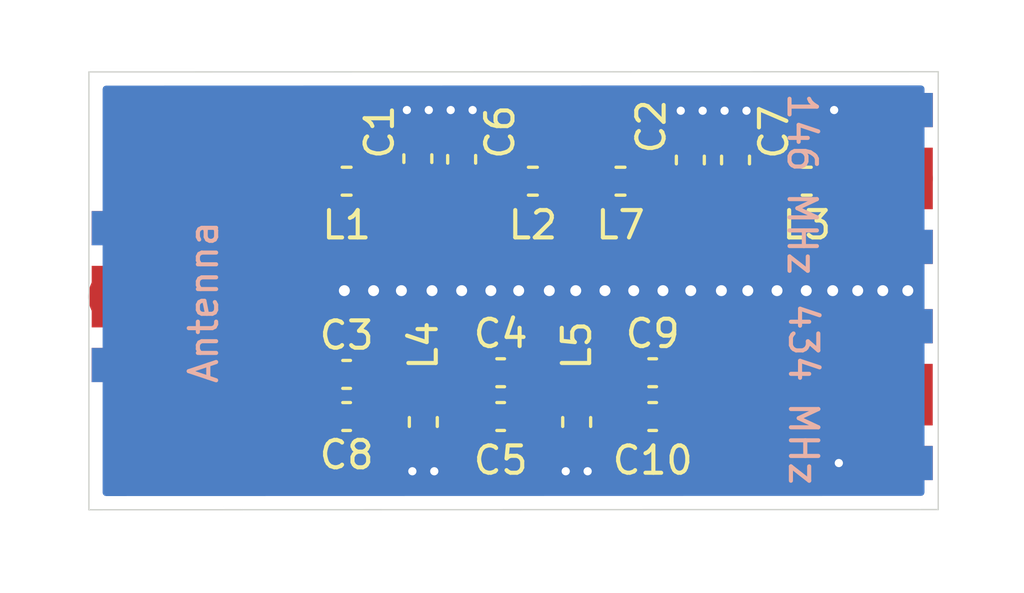
<source format=kicad_pcb>
(kicad_pcb (version 20240108) (generator "pcbnew") (generator_version "8.0")
  (layers (0 "F.Cu" signal) (31 "B.Cu" signal) (34 "B.Paste" user) (35 "F.Paste" user) (36 "B.SilkS" user "B.Silkscreen") (37 "F.SilkS" user "F.Silkscreen") (38 "B.Mask" user) (39 "F.Mask" user) (44 "Edge.Cuts" user))
  (net 0 "")
  (net 1 "Net-(C1-Pad1)")
  (net 2 "GND")
  (net 3 "Net-(C2-Pad1)")
  (net 4 "Net-(C3-Pad2)")
  (net 5 "Net-(J1-In)")
  (net 6 "Net-(J2-In)")
  (net 7 "Net-(J3-In)")
  (net 8 "Net-(C10-Pad1)")
  (net 9 "Net-(L2-Pad2)")
  (footprint "sma_china:SMA_CHINA" (layer "F.Cu") (at 81 96.8 90)
    (property "Reference" "J3" (hide yes))
    (property "Value" "443 MHz")
    (pad "1" smd rect (at 0 -1 90) (size 2.25 2) (layers "F.Cu" "F.Paste" "F.Mask") (net 7 "Net-(J3-In)"))
    (pad "2" smd rect (at -2.5 -1.5 90) (size 1.25 3) (layers "F.Cu" "F.Paste" "F.Mask") (net 2 "GND"))
    (pad "2" smd rect (at -2.5 -1.5 90) (size 1.25 3) (layers "B.Cu" "F.Paste" "F.Mask") (net 2 "GND"))
    (pad "2" smd rect (at 2.5 -1.5 90) (size 1.25 3) (layers "F.Cu" "F.Paste" "F.Mask") (net 2 "GND"))
    (pad "2" smd rect (at 2.5 -1.5 90) (size 1.25 3) (layers "B.Cu" "F.Paste" "F.Mask") (net 2 "GND"))
  )
  (footprint "Capacitor_SMD:C_0603_1608Metric" (layer "F.Cu") (at 62.2 88.175 90)
    (property "Reference" "C1" (at 0.975 -1.4 90) (layer "F.SilkS"))
    (property "Value" "20 pF")
    (fp_line (start -0.14058 -0.51) (end 0.14058 -0.51) (stroke (width 0.12)) (layer "F.SilkS"))
    (fp_line (start -0.14058 0.51) (end 0.14058 0.51) (stroke (width 0.12)) (layer "F.SilkS"))
    (pad "1" smd roundrect (at -0.775 0 90) (size 0.9 0.95) (layers "F.Cu" "F.Paste" "F.Mask") (net 1 "Net-(C1-Pad1)"))
    (pad "2" smd roundrect (at 0.775 0 90) (size 0.9 0.95) (layers "F.Cu" "F.Paste" "F.Mask") (net 2 "GND"))
  )
  (footprint "Capacitor_SMD:C_0603_1608Metric" (layer "F.Cu") (at 59.6 96.0609)
    (property "Reference" "C3" (at 0 -1.43 0) (layer "F.SilkS"))
    (property "Value" "3.9pF")
    (fp_line (start -0.14058 -0.51) (end 0.14058 -0.51) (stroke (width 0.12)) (layer "F.SilkS"))
    (fp_line (start -0.14058 0.51) (end 0.14058 0.51) (stroke (width 0.12)) (layer "F.SilkS"))
    (pad "1" smd roundrect (at -0.775 0) (size 0.9 0.95) (layers "F.Cu" "F.Paste" "F.Mask") (net 5 "Net-(J1-In)"))
    (pad "2" smd roundrect (at 0.775 0) (size 0.9 0.95) (layers "F.Cu" "F.Paste" "F.Mask") (net 4 "Net-(C3-Pad2)"))
  )
  (footprint "sma_china:SMA_CHINA" (layer "F.Cu") (at 50.292 93.218 -90)
    (property "Reference" "J1" (hide yes))
    (property "Value" "Antenna [146 MHz|443MHz]")
    (pad "1" smd rect (at 0 -1 270) (size 2.25 2) (layers "F.Cu" "F.Paste" "F.Mask") (net 5 "Net-(J1-In)"))
    (pad "2" smd rect (at -2.5 -1.5 270) (size 1.25 3) (layers "F.Cu" "F.Paste" "F.Mask") (net 2 "GND"))
    (pad "2" smd rect (at -2.5 -1.5 270) (size 1.25 3) (layers "B.Cu" "F.Paste" "F.Mask") (net 2 "GND"))
    (pad "2" smd rect (at 2.5 -1.5 270) (size 1.25 3) (layers "F.Cu" "F.Paste" "F.Mask") (net 2 "GND"))
    (pad "2" smd rect (at 2.5 -1.5 270) (size 1.25 3) (layers "B.Cu" "F.Paste" "F.Mask") (net 2 "GND"))
  )
  (footprint "Inductor_SMD:L_0603_1608Metric" (layer "F.Cu") (at 62.4 97.8 90)
    (property "Reference" "L4" (at 2.8 0 90) (layer "F.SilkS"))
    (property "Value" "18 nH")
    (fp_line (start -0.162779 -0.51) (end 0.162779 -0.51) (stroke (width 0.12)) (layer "F.SilkS"))
    (fp_line (start -0.162779 0.51) (end 0.162779 0.51) (stroke (width 0.12)) (layer "F.SilkS"))
    (pad "1" smd roundrect (at -0.7875 0 90) (size 0.875 0.95) (layers "F.Cu" "F.Paste" "F.Mask") (net 2 "GND"))
    (pad "2" smd roundrect (at 0.7875 0 90) (size 0.875 0.95) (layers "F.Cu" "F.Paste" "F.Mask") (net 4 "Net-(C3-Pad2)"))
  )
  (footprint "sma_china:SMA_CHINA" (layer "F.Cu") (at 81.002 88.9 90)
    (property "Reference" "J2" (hide yes))
    (property "Value" "146 MHz")
    (pad "1" smd rect (at 0 -1 90) (size 2.25 2) (layers "F.Cu" "F.Paste" "F.Mask") (net 6 "Net-(J2-In)"))
    (pad "2" smd rect (at -2.5 -1.5 90) (size 1.25 3) (layers "F.Cu" "F.Paste" "F.Mask") (net 2 "GND"))
    (pad "2" smd rect (at -2.5 -1.5 90) (size 1.25 3) (layers "B.Cu" "F.Paste" "F.Mask") (net 2 "GND"))
    (pad "2" smd rect (at 2.5 -1.5 90) (size 1.25 3) (layers "F.Cu" "F.Paste" "F.Mask") (net 2 "GND"))
    (pad "2" smd rect (at 2.5 -1.5 90) (size 1.25 3) (layers "B.Cu" "F.Paste" "F.Mask") (net 2 "GND"))
  )
  (footprint "Capacitor_SMD:C_0603_1608Metric" (layer "F.Cu") (at 59.6 97.6)
    (property "Reference" "C8" (at 0 1.4 0) (layer "F.SilkS"))
    (property "Value" "0.5 pF")
    (fp_line (start -0.14058 -0.51) (end 0.14058 -0.51) (stroke (width 0.12)) (layer "F.SilkS"))
    (fp_line (start -0.14058 0.51) (end 0.14058 0.51) (stroke (width 0.12)) (layer "F.SilkS"))
    (pad "1" smd roundrect (at -0.775 0) (size 0.9 0.95) (layers "F.Cu" "F.Paste" "F.Mask") (net 5 "Net-(J1-In)"))
    (pad "2" smd roundrect (at 0.775 0) (size 0.9 0.95) (layers "F.Cu" "F.Paste" "F.Mask") (net 4 "Net-(C3-Pad2)"))
  )
  (footprint "Capacitor_SMD:C_0603_1608Metric" (layer "F.Cu") (at 70.775 97.6)
    (property "Reference" "C10" (at 0 1.6 0) (layer "F.SilkS"))
    (property "Value" "0.8 pF")
    (fp_line (start -0.14058 -0.51) (end 0.14058 -0.51) (stroke (width 0.12)) (layer "F.SilkS"))
    (fp_line (start -0.14058 0.51) (end 0.14058 0.51) (stroke (width 0.12)) (layer "F.SilkS"))
    (pad "1" smd roundrect (at -0.775 0) (size 0.9 0.95) (layers "F.Cu" "F.Paste" "F.Mask") (net 8 "Net-(C10-Pad1)"))
    (pad "2" smd roundrect (at 0.775 0) (size 0.9 0.95) (layers "F.Cu" "F.Paste" "F.Mask") (net 7 "Net-(J3-In)"))
  )
  (footprint "Inductor_SMD:L_0603_1608Metric" (layer "F.Cu") (at 68 97.8 90)
    (property "Reference" "L5" (at 2.8 0 90) (layer "F.SilkS"))
    (property "Value" "18 nH")
    (fp_line (start -0.162779 -0.51) (end 0.162779 -0.51) (stroke (width 0.12)) (layer "F.SilkS"))
    (fp_line (start -0.162779 0.51) (end 0.162779 0.51) (stroke (width 0.12)) (layer "F.SilkS"))
    (pad "1" smd roundrect (at -0.7875 0 90) (size 0.875 0.95) (layers "F.Cu" "F.Paste" "F.Mask") (net 2 "GND"))
    (pad "2" smd roundrect (at 0.7875 0 90) (size 0.875 0.95) (layers "F.Cu" "F.Paste" "F.Mask") (net 8 "Net-(C10-Pad1)"))
  )
  (footprint "Capacitor_SMD:C_0603_1608Metric" (layer "F.Cu") (at 65.225 97.6)
    (property "Reference" "C5" (at 0 1.6 0) (layer "F.SilkS"))
    (property "Value" "0.5 pF")
    (fp_line (start -0.14058 -0.51) (end 0.14058 -0.51) (stroke (width 0.12)) (layer "F.SilkS"))
    (fp_line (start -0.14058 0.51) (end 0.14058 0.51) (stroke (width 0.12)) (layer "F.SilkS"))
    (pad "1" smd roundrect (at -0.775 0) (size 0.9 0.95) (layers "F.Cu" "F.Paste" "F.Mask") (net 4 "Net-(C3-Pad2)"))
    (pad "2" smd roundrect (at 0.775 0) (size 0.9 0.95) (layers "F.Cu" "F.Paste" "F.Mask") (net 8 "Net-(C10-Pad1)"))
  )
  (footprint "Inductor_SMD:L_0603_1608Metric" (layer "F.Cu") (at 69.6 89)
    (property "Reference" "L7" (at 0 1.6 0) (layer "F.SilkS"))
    (property "Value" "7.5 nH")
    (fp_line (start -0.162779 -0.51) (end 0.162779 -0.51) (stroke (width 0.12)) (layer "F.SilkS"))
    (fp_line (start -0.162779 0.51) (end 0.162779 0.51) (stroke (width 0.12)) (layer "F.SilkS"))
    (pad "1" smd roundrect (at -0.7875 0) (size 0.875 0.95) (layers "F.Cu" "F.Paste" "F.Mask") (net 9 "Net-(L2-Pad2)"))
    (pad "2" smd roundrect (at 0.7875 0) (size 0.875 0.95) (layers "F.Cu" "F.Paste" "F.Mask") (net 3 "Net-(C2-Pad1)"))
  )
  (footprint "Inductor_SMD:L_0603_1608Metric" (layer "F.Cu") (at 76.4 89)
    (property "Reference" "L3" (at 0 1.6 0) (layer "F.SilkS"))
    (property "Value" "51 nH")
    (fp_line (start -0.162779 -0.51) (end 0.162779 -0.51) (stroke (width 0.12)) (layer "F.SilkS"))
    (fp_line (start -0.162779 0.51) (end 0.162779 0.51) (stroke (width 0.12)) (layer "F.SilkS"))
    (pad "1" smd roundrect (at -0.7875 0) (size 0.875 0.95) (layers "F.Cu" "F.Paste" "F.Mask") (net 3 "Net-(C2-Pad1)"))
    (pad "2" smd roundrect (at 0.7875 0) (size 0.875 0.95) (layers "F.Cu" "F.Paste" "F.Mask") (net 6 "Net-(J2-In)"))
  )
  (footprint "Capacitor_SMD:C_0603_1608Metric" (layer "F.Cu") (at 63.8 88.2 90)
    (property "Reference" "C6" (at 1 1.4 90) (layer "F.SilkS"))
    (property "Value" "2.7 pF")
    (fp_line (start -0.14058 -0.51) (end 0.14058 -0.51) (stroke (width 0.12)) (layer "F.SilkS"))
    (fp_line (start -0.14058 0.51) (end 0.14058 0.51) (stroke (width 0.12)) (layer "F.SilkS"))
    (pad "1" smd roundrect (at -0.775 0 90) (size 0.9 0.95) (layers "F.Cu" "F.Paste" "F.Mask") (net 1 "Net-(C1-Pad1)"))
    (pad "2" smd roundrect (at 0.775 0 90) (size 0.9 0.95) (layers "F.Cu" "F.Paste" "F.Mask") (net 2 "GND"))
  )
  (footprint "Inductor_SMD:L_0603_1608Metric" (layer "F.Cu") (at 59.6 89)
    (property "Reference" "L1" (at 0 1.6 0) (layer "F.SilkS"))
    (property "Value" "51 nH")
    (fp_line (start -0.162779 -0.51) (end 0.162779 -0.51) (stroke (width 0.12)) (layer "F.SilkS"))
    (fp_line (start -0.162779 0.51) (end 0.162779 0.51) (stroke (width 0.12)) (layer "F.SilkS"))
    (pad "1" smd roundrect (at -0.7875 0) (size 0.875 0.95) (layers "F.Cu" "F.Paste" "F.Mask") (net 5 "Net-(J1-In)"))
    (pad "2" smd roundrect (at 0.7875 0) (size 0.875 0.95) (layers "F.Cu" "F.Paste" "F.Mask") (net 1 "Net-(C1-Pad1)"))
  )
  (footprint "Capacitor_SMD:C_0603_1608Metric" (layer "F.Cu") (at 65.225 96)
    (property "Reference" "C4" (at 0 -1.43 0) (layer "F.SilkS"))
    (property "Value" "2.7 pF")
    (fp_line (start -0.14058 -0.51) (end 0.14058 -0.51) (stroke (width 0.12)) (layer "F.SilkS"))
    (fp_line (start -0.14058 0.51) (end 0.14058 0.51) (stroke (width 0.12)) (layer "F.SilkS"))
    (pad "1" smd roundrect (at -0.775 0) (size 0.9 0.95) (layers "F.Cu" "F.Paste" "F.Mask") (net 4 "Net-(C3-Pad2)"))
    (pad "2" smd roundrect (at 0.775 0) (size 0.9 0.95) (layers "F.Cu" "F.Paste" "F.Mask") (net 8 "Net-(C10-Pad1)"))
  )
  (footprint "Capacitor_SMD:C_0603_1608Metric" (layer "F.Cu") (at 72.15 88.225 90)
    (property "Reference" "C2" (at 1.225 -1.43 90) (layer "F.SilkS"))
    (property "Value" "20 pF")
    (fp_line (start -0.14058 -0.51) (end 0.14058 -0.51) (stroke (width 0.12)) (layer "F.SilkS"))
    (fp_line (start -0.14058 0.51) (end 0.14058 0.51) (stroke (width 0.12)) (layer "F.SilkS"))
    (pad "1" smd roundrect (at -0.775 0 90) (size 0.9 0.95) (layers "F.Cu" "F.Paste" "F.Mask") (net 3 "Net-(C2-Pad1)"))
    (pad "2" smd roundrect (at 0.775 0 90) (size 0.9 0.95) (layers "F.Cu" "F.Paste" "F.Mask") (net 2 "GND"))
  )
  (footprint "Capacitor_SMD:C_0603_1608Metric" (layer "F.Cu") (at 73.8 88.225 90)
    (property "Reference" "C7" (at 1.025 1.4 90) (layer "F.SilkS"))
    (property "Value" "2.7 pF")
    (fp_line (start -0.14058 -0.51) (end 0.14058 -0.51) (stroke (width 0.12)) (layer "F.SilkS"))
    (fp_line (start -0.14058 0.51) (end 0.14058 0.51) (stroke (width 0.12)) (layer "F.SilkS"))
    (pad "1" smd roundrect (at -0.775 0 90) (size 0.9 0.95) (layers "F.Cu" "F.Paste" "F.Mask") (net 3 "Net-(C2-Pad1)"))
    (pad "2" smd roundrect (at 0.775 0 90) (size 0.9 0.95) (layers "F.Cu" "F.Paste" "F.Mask") (net 2 "GND"))
  )
  (footprint "Capacitor_SMD:C_0603_1608Metric" (layer "F.Cu") (at 70.775 96)
    (property "Reference" "C9" (at 0 -1.43 0) (layer "F.SilkS"))
    (property "Value" "6.8 pF")
    (fp_line (start -0.14058 -0.51) (end 0.14058 -0.51) (stroke (width 0.12)) (layer "F.SilkS"))
    (fp_line (start -0.14058 0.51) (end 0.14058 0.51) (stroke (width 0.12)) (layer "F.SilkS"))
    (pad "1" smd roundrect (at -0.775 0) (size 0.9 0.95) (layers "F.Cu" "F.Paste" "F.Mask") (net 8 "Net-(C10-Pad1)"))
    (pad "2" smd roundrect (at 0.775 0) (size 0.9 0.95) (layers "F.Cu" "F.Paste" "F.Mask") (net 7 "Net-(J3-In)"))
  )
  (footprint "Inductor_SMD:L_0603_1608Metric" (layer "F.Cu") (at 66.4 89)
    (property "Reference" "L2" (at 0 1.6 0) (layer "F.SilkS"))
    (property "Value" "82 nH")
    (fp_line (start -0.162779 -0.51) (end 0.162779 -0.51) (stroke (width 0.12)) (layer "F.SilkS"))
    (fp_line (start -0.162779 0.51) (end 0.162779 0.51) (stroke (width 0.12)) (layer "F.SilkS"))
    (pad "1" smd roundrect (at -0.7875 0) (size 0.875 0.95) (layers "F.Cu" "F.Paste" "F.Mask") (net 1 "Net-(C1-Pad1)"))
    (pad "2" smd roundrect (at 0.7875 0) (size 0.875 0.95) (layers "F.Cu" "F.Paste" "F.Mask") (net 9 "Net-(L2-Pad2)"))
  )
  (gr_line (start 81.2 101) (end 50.1904 101.0074) (stroke (width 0.05)) (layer "Edge.Cuts"))
  (gr_line (start 81.2 85) (end 50.1904 85.0074) (stroke (width 0.05)) (layer "Edge.Cuts"))
  (gr_line (start 81.2 101) (end 81.2 85) (stroke (width 0.05)) (layer "Edge.Cuts"))
  (gr_line (start 50.1904 85.0074) (end 50.1904 101.0074) (stroke (width 0.05)) (layer "Edge.Cuts"))
  (gr_text "146 MHz" (at 75.6412 85.6996 270) (layer "B.SilkS") (effects (font (size 1 1)) (justify left bottom)))
  (gr_text "434 MHz" (at 75.692 93.3704 270) (layer "B.SilkS") (effects (font (size 1 1)) (justify left bottom)))
  (gr_text "Antenna" (at 54.9656 96.4692 90) (layer "B.SilkS") (effects (font (size 1 1)) (justify left bottom)))
  (segment (start 60.3875 89) (end 65.6125 89) (width 1) (layer "F.Cu") (net 1))
  (segment (start 73.8 86.825) (end 73.4 86.425) (width 0.35) (layer "F.Cu") (net 2))
  (segment (start 73.8 87.45) (end 73.8 86.825) (width 0.35) (layer "F.Cu") (net 2))
  (segment (start 72.15 87.45) (end 72.15 86.775) (width 0.35) (layer "F.Cu") (net 2))
  (segment (start 72.15 87.45) (end 72.15 86.875) (width 0.35) (layer "F.Cu") (net 2))
  (segment (start 63.8 86.8) (end 63.4 86.4) (width 0.35) (layer "F.Cu") (net 2))
  (segment (start 68 98.5875) (end 68 99.2) (width 0.35) (layer "F.Cu") (net 2))
  (segment (start 62.4 99.2) (end 62.8 99.6) (width 0.35) (layer "F.Cu") (net 2))
  (segment (start 62.4 99.2) (end 62 99.6) (width 0.35) (layer "F.Cu") (net 2))
  (segment (start 63.8 87.425) (end 63.8 86.8) (width 0.35) (layer "F.Cu") (net 2))
  (segment (start 79.5 86.4) (end 77.4 86.4) (width 1) (layer "F.Cu") (net 2))
  (segment (start 62.2 86.8) (end 61.8 86.4) (width 0.35) (layer "F.Cu") (net 2))
  (segment (start 72.15 86.775) (end 71.8 86.425) (width 0.35) (layer "F.Cu") (net 2))
  (segment (start 72.15 86.875) (end 72.6 86.425) (width 0.35) (layer "F.Cu") (net 2))
  (segment (start 62.4 99) (end 62.4 98.5875) (width 0.35) (layer "F.Cu") (net 2))
  (segment (start 63.8 86.8) (end 64.2 86.4) (width 0.35) (layer "F.Cu") (net 2))
  (segment (start 73.8 86.825) (end 74.2 86.425) (width 0.35) (layer "F.Cu") (net 2))
  (segment (start 62.4 98.5875) (end 62.4 99.2) (width 0.35) (layer "F.Cu") (net 2))
  (segment (start 68 99.2) (end 68.4 99.6) (width 0.35) (layer "F.Cu") (net 2))
  (segment (start 77.5716 99.3) (end 79.675 99.3) (width 1) (layer "F.Cu") (net 2))
  (segment (start 68 99.2) (end 67.6 99.6) (width 0.35) (layer "F.Cu") (net 2))
  (segment (start 62.2 87.4) (end 62.2 86.8) (width 0.35) (layer "F.Cu") (net 2))
  (segment (start 62.2 86.8) (end 62.6 86.4) (width 0.35) (layer "F.Cu") (net 2))
  (via (at 76.382 93) (size 0.8) (drill 0.4) (layers "F.Cu" "B.Cu") (net 2))
  (via (at 71.1496 93) (size 0.8) (drill 0.4) (layers "F.Cu" "B.Cu") (net 2))
  (via (at 72.1656 93) (size 0.8) (drill 0.4) (layers "F.Cu" "B.Cu") (net 2))
  (via (at 74.2 86.425) (size 0.6) (drill 0.3) (layers "F.Cu" "B.Cu") (net 2))
  (via (at 62.6 86.4) (size 0.6) (drill 0.3) (layers "F.Cu" "B.Cu") (net 2))
  (via (at 80.0904 93) (size 0.8) (drill 0.4) (layers "F.Cu" "B.Cu") (net 2))
  (via (at 70.0828 93) (size 0.8) (drill 0.4) (layers "F.Cu" "B.Cu") (net 2))
  (via (at 79.176 93) (size 0.8) (drill 0.4) (layers "F.Cu" "B.Cu") (net 2))
  (via (at 78.2616 93) (size 0.8) (drill 0.4) (layers "F.Cu" "B.Cu") (net 2))
  (via (at 72.6 86.425) (size 0.6) (drill 0.3) (layers "F.Cu" "B.Cu") (net 2))
  (via (at 62 99.6) (size 0.6) (drill 0.3) (layers "F.Cu" "B.Cu") (net 2))
  (via (at 67.9656 93) (size 0.8) (drill 0.4) (layers "F.Cu" "B.Cu") (net 2))
  (via (at 68.4 99.6) (size 0.6) (drill 0.3) (layers "F.Cu" "B.Cu") (net 2))
  (via (at 74.2484 93) (size 0.8) (drill 0.4) (layers "F.Cu" "B.Cu") (net 2))
  (via (at 61.6 93) (size 0.8) (drill 0.4) (layers "F.Cu" "B.Cu") (net 2))
  (via (at 73.2832 93) (size 0.8) (drill 0.4) (layers "F.Cu" "B.Cu") (net 2))
  (via (at 60.584 93) (size 0.8) (drill 0.4) (layers "F.Cu" "B.Cu") (net 2))
  (via (at 63.4 86.4) (size 0.6) (drill 0.3) (layers "F.Cu" "B.Cu") (net 2))
  (via (at 64.2 86.4) (size 0.6) (drill 0.3) (layers "F.Cu" "B.Cu") (net 2))
  (via (at 62.7176 93) (size 0.8) (drill 0.4) (layers "F.Cu" "B.Cu") (net 2))
  (via (at 61.8 86.4) (size 0.6) (drill 0.3) (layers "F.Cu" "B.Cu") (net 2))
  (via (at 77.3472 93) (size 0.8) (drill 0.4) (layers "F.Cu" "B.Cu") (net 2))
  (via (at 71.8 86.425) (size 0.6) (drill 0.3) (layers "F.Cu" "B.Cu") (net 2))
  (via (at 67.0004 93) (size 0.8) (drill 0.4) (layers "F.Cu" "B.Cu") (net 2))
  (via (at 65.8828 93) (size 0.8) (drill 0.4) (layers "F.Cu" "B.Cu") (net 2))
  (via (at 77.4 86.4) (size 0.6) (drill 0.3) (layers "F.Cu" "B.Cu") (net 2))
  (via (at 75.3152 93) (size 0.8) (drill 0.4) (layers "F.Cu" "B.Cu") (net 2))
  (via (at 67.6 99.6) (size 0.6) (drill 0.3) (layers "F.Cu" "B.Cu") (net 2))
  (via (at 64.8668 93) (size 0.8) (drill 0.4) (layers "F.Cu" "B.Cu") (net 2))
  (via (at 77.5716 99.3) (size 0.6) (drill 0.3) (layers "F.Cu" "B.Cu") (net 2))
  (via (at 59.5172 93) (size 0.8) (drill 0.4) (layers "F.Cu" "B.Cu") (net 2))
  (via (at 73.4 86.425) (size 0.6) (drill 0.3) (layers "F.Cu" "B.Cu") (net 2))
  (via (at 62.8 99.6) (size 0.6) (drill 0.3) (layers "F.Cu" "B.Cu") (net 2))
  (via (at 69.0324 93) (size 0.8) (drill 0.4) (layers "F.Cu" "B.Cu") (net 2))
  (via (at 63.8 93) (size 0.8) (drill 0.4) (layers "F.Cu" "B.Cu") (net 2))
  (segment (start 70.3875 89) (end 75.6125 89) (width 1) (layer "F.Cu") (net 3))
  (segment (start 63.8 96.8) (end 61.4 96.8) (width 2) (layer "F.Cu") (net 4))
  (segment (start 57.0236 96.8) (end 57.6 96.8) (width 2.25) (layer "F.Cu") (net 5))
  (segment (start 57.6472 89.114) (end 58.14485 89.114) (width 2.25) (layer "F.Cu") (net 5))
  (segment (start 53.5432 93.218) (end 57.15 89.6112) (width 2.25) (layer "F.Cu") (net 5))
  (segment (start 53.4416 93.218) (end 57.0236 96.8) (width 2.25) (layer "F.Cu") (net 5))
  (segment (start 51.292 93.218) (end 53.4416 93.218) (width 2.25) (layer "F.Cu") (net 5))
  (segment (start 57.15 89.6112) (end 57.6472 89.114) (width 2.25) (layer "F.Cu") (net 5))
  (segment (start 53.4416 93.218) (end 53.5432 93.218) (width 2.25) (layer "F.Cu") (net 5))
  (segment (start 80 88.9) (end 77.4125 88.9) (width 2) (layer "F.Cu") (net 6))
  (segment (start 72 96.8) (end 79.9136 96.8) (width 2) (layer "F.Cu") (net 7))
  (segment (start 66.6 96.8) (end 69.2 96.8) (width 2) (layer "F.Cu") (net 8))
  (segment (start 67.1875 89) (end 68.8125 89) (width 1) (layer "F.Cu") (net 9))
  (zone (net 2) (net_name "GND") (layer "F.Cu") (priority 5) (connect_pads yes (clearance 0)) (min_thickness 0.25) (fill yes (thermal_gap 0.5) (thermal_bridge_width 0.5) (island_removal_mode 1) (island_area_min 10))
    (polygon (pts (xy 61.8 98) (xy 61.8 99) (xy 61.4 99.4) (xy 61.4 100) (xy 63.4 100) (xy 63.4 99.4) (xy 63 99) (xy 63 98)))
  )
  (zone (net 2) (net_name "GND") (layer "F.Cu") (priority 4) (connect_pads yes (clearance 0)) (min_thickness 0.25) (fill yes (thermal_gap 0.5) (thermal_bridge_width 0.5) (island_removal_mode 1) (island_area_min 10))
    (polygon (pts (xy 61.6 88) (xy 64.4 88) (xy 64.4 87) (xy 64.8 86.4) (xy 64.8 86) (xy 61.2 86) (xy 61.2 86.4) (xy 61.6 87)))
  )
  (zone (net 2) (net_name "GND") (layer "F.Cu") (priority 5) (connect_pads yes (clearance 0)) (min_thickness 0.25) (fill yes (thermal_gap 0.5) (thermal_bridge_width 0.5) (island_removal_mode 1) (island_area_min 10))
    (polygon (pts (xy 67.4 98) (xy 67.4 99) (xy 67 99.4) (xy 67 100) (xy 69 100) (xy 69 99.4) (xy 68.6 99) (xy 68.6 98)))
  )
  (zone (net 2) (net_name "GND") (layer "F.Cu") (priority 2) (connect_pads yes (clearance 0)) (min_thickness 0.25) (fill yes (thermal_gap 0.5) (thermal_bridge_width 0.5))
    (polygon (pts (xy 81.255548 90.768) (xy 78.007548 90.768) (xy 77.143948 92.3904) (xy 59.025548 92.3904) (xy 59.025548 93.6096) (xy 77.093148 93.6096) (xy 78.007548 94.8812) (xy 81.282748 94.9)))
  )
  (zone (net 2) (net_name "GND") (layer "F.Cu") (priority 4) (connect_pads yes (clearance 0)) (min_thickness 0.25) (fill yes (thermal_gap 0.5) (thermal_bridge_width 0.5) (island_removal_mode 1) (island_area_min 10))
    (polygon (pts (xy 71.6 88.025) (xy 74.4 88.025) (xy 74.4 87.025) (xy 74.8 86.425) (xy 74.8 86.025) (xy 71.2 86.025) (xy 71.2 86.425) (xy 71.6 87.025)))
  )
  (zone (net 4) (net_name "Net-(C3-Pad2)") (layer "F.Cu") (priority 3) (connect_pads yes (clearance 0)) (min_thickness 0.25) (fill yes (thermal_gap 0.5) (thermal_bridge_width 0.5) (island_removal_mode 1) (island_area_min 10))
    (polygon (pts (xy 59.8 95.4) (xy 59.8 98.2) (xy 61 98.2) (xy 61.6 97.8) (xy 61.6 95.8) (xy 60.8 95.4)))
  )
  (zone (net 5) (net_name "Net-(J1-In)") (layer "F.Cu") (priority 1) (connect_pads yes (clearance 0)) (min_thickness 0.25) (fill yes (thermal_gap 0.5) (thermal_bridge_width 0.5) (island_removal_mode 1) (island_area_min 10))
    (polygon (pts (xy 59.4 95.4) (xy 59.4 98.2) (xy 58.2 98.2) (xy 57.6 97.8) (xy 57.6 95.8) (xy 58.4 95.4)))
  )
  (zone (net 2) (net_name "GND") (layer "B.Cu") (connect_pads yes (clearance 0)) (min_thickness 0.25) (fill yes (thermal_gap 0.5) (thermal_bridge_width 0.5))
    (polygon (pts (xy 81.2 85) (xy 50.1904 85) (xy 50.2 101) (xy 81.2 101)))
  )
)
</source>
